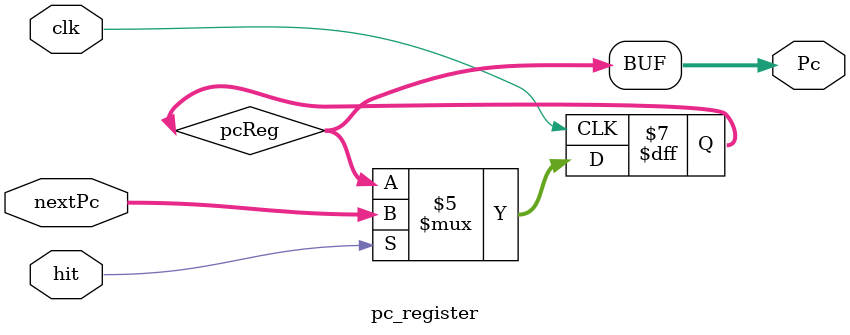
<source format=v>
`timescale 1ns / 1ps
module pc_register(clk,hit,nextPc,Pc);
	input clk;
	input hit;
	input [31:0] nextPc;
	output  [31:0] Pc;
	reg [31:0] pcReg;
	initial begin
		pcReg<=0;
	end

	always @(negedge clk)
	begin
	if (hit==1) begin
		pcReg=nextPc;
		end
	end
	assign Pc=pcReg;
endmodule

</source>
